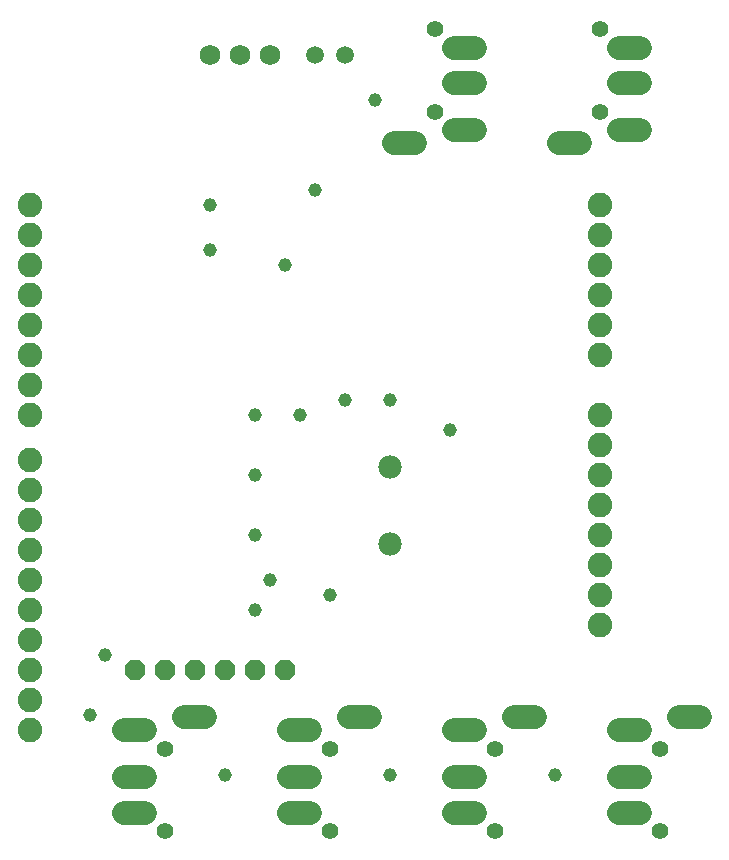
<source format=gbs>
G75*
%MOIN*%
%OFA0B0*%
%FSLAX25Y25*%
%IPPOS*%
%LPD*%
%AMOC8*
5,1,8,0,0,1.08239X$1,22.5*
%
%ADD10C,0.05950*%
%ADD11C,0.08200*%
%ADD12C,0.06800*%
%ADD13OC8,0.06800*%
%ADD14C,0.05524*%
%ADD15C,0.07887*%
%ADD16C,0.07800*%
%ADD17C,0.04565*%
D10*
X0111600Y0327524D03*
X0121600Y0327524D03*
D11*
X0206600Y0277524D03*
X0206600Y0267524D03*
X0206600Y0257524D03*
X0206600Y0247524D03*
X0206600Y0237524D03*
X0206600Y0227524D03*
X0206600Y0207524D03*
X0206600Y0197524D03*
X0206600Y0187524D03*
X0206600Y0177524D03*
X0206600Y0167524D03*
X0206600Y0157524D03*
X0206600Y0147524D03*
X0206600Y0137524D03*
X0016600Y0142524D03*
X0016600Y0152524D03*
X0016600Y0162524D03*
X0016600Y0172524D03*
X0016600Y0182524D03*
X0016600Y0192524D03*
X0016600Y0207524D03*
X0016600Y0217524D03*
X0016600Y0227524D03*
X0016600Y0237524D03*
X0016600Y0247524D03*
X0016600Y0257524D03*
X0016600Y0267524D03*
X0016600Y0277524D03*
X0016600Y0132524D03*
X0016600Y0122524D03*
X0016600Y0112524D03*
X0016600Y0102524D03*
D12*
X0076600Y0327524D03*
X0086600Y0327524D03*
X0096600Y0327524D03*
D13*
X0091600Y0122524D03*
X0081600Y0122524D03*
X0071600Y0122524D03*
X0061600Y0122524D03*
X0051600Y0122524D03*
X0101600Y0122524D03*
D14*
X0116600Y0096382D03*
X0116600Y0068823D03*
X0061600Y0068823D03*
X0061600Y0096382D03*
X0171600Y0096382D03*
X0171600Y0068823D03*
X0226600Y0068823D03*
X0226600Y0096382D03*
X0206600Y0308665D03*
X0206600Y0336224D03*
X0151600Y0336224D03*
X0151600Y0308665D03*
D15*
X0055143Y0075024D02*
X0048057Y0075024D01*
X0048057Y0086899D02*
X0055143Y0086899D01*
X0055143Y0102524D02*
X0048057Y0102524D01*
X0068057Y0106899D02*
X0075143Y0106899D01*
X0103057Y0102524D02*
X0110143Y0102524D01*
X0123057Y0106899D02*
X0130143Y0106899D01*
X0110143Y0086899D02*
X0103057Y0086899D01*
X0103057Y0075024D02*
X0110143Y0075024D01*
X0158057Y0075024D02*
X0165143Y0075024D01*
X0165143Y0086899D02*
X0158057Y0086899D01*
X0158057Y0102524D02*
X0165143Y0102524D01*
X0178057Y0106899D02*
X0185143Y0106899D01*
X0213057Y0102524D02*
X0220143Y0102524D01*
X0233057Y0106899D02*
X0240143Y0106899D01*
X0220143Y0086899D02*
X0213057Y0086899D01*
X0213057Y0075024D02*
X0220143Y0075024D01*
X0200143Y0298149D02*
X0193057Y0298149D01*
X0213057Y0302524D02*
X0220143Y0302524D01*
X0220143Y0318149D02*
X0213057Y0318149D01*
X0213057Y0330024D02*
X0220143Y0330024D01*
X0165143Y0330024D02*
X0158057Y0330024D01*
X0158057Y0318149D02*
X0165143Y0318149D01*
X0165143Y0302524D02*
X0158057Y0302524D01*
X0145143Y0298149D02*
X0138057Y0298149D01*
D16*
X0136600Y0190319D03*
X0136600Y0164728D03*
D17*
X0116600Y0147524D03*
X0096600Y0152524D03*
X0091600Y0142524D03*
X0091600Y0167524D03*
X0091600Y0187524D03*
X0091600Y0207524D03*
X0106600Y0207524D03*
X0121600Y0212524D03*
X0136600Y0212524D03*
X0156600Y0202524D03*
X0101600Y0257524D03*
X0111600Y0282524D03*
X0131600Y0312524D03*
X0076600Y0277524D03*
X0076600Y0262524D03*
X0041600Y0127524D03*
X0036600Y0107524D03*
X0081600Y0087524D03*
X0136600Y0087524D03*
X0191600Y0087524D03*
M02*

</source>
